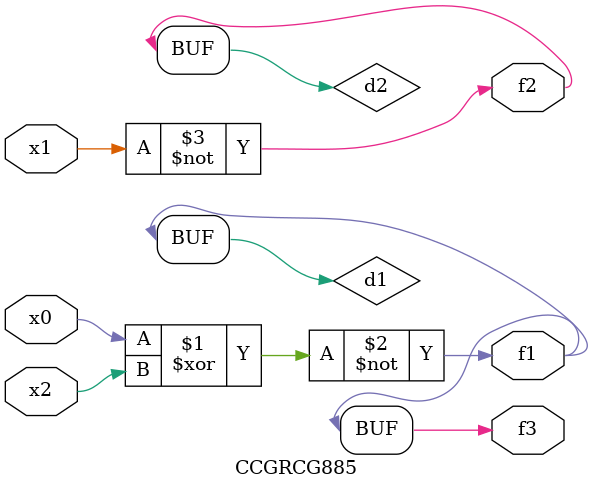
<source format=v>
module CCGRCG885(
	input x0, x1, x2,
	output f1, f2, f3
);

	wire d1, d2, d3;

	xnor (d1, x0, x2);
	nand (d2, x1);
	nor (d3, x1, x2);
	assign f1 = d1;
	assign f2 = d2;
	assign f3 = d1;
endmodule

</source>
